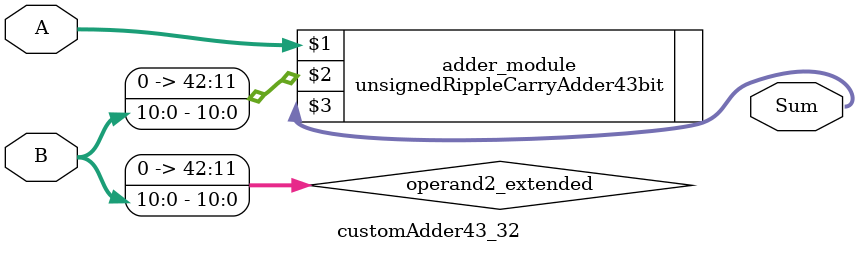
<source format=v>
module customAdder43_32(
                        input [42 : 0] A,
                        input [10 : 0] B,
                        
                        output [43 : 0] Sum
                );

        wire [42 : 0] operand2_extended;
        
        assign operand2_extended =  {32'b0, B};
        
        unsignedRippleCarryAdder43bit adder_module(
            A,
            operand2_extended,
            Sum
        );
        
        endmodule
        
</source>
